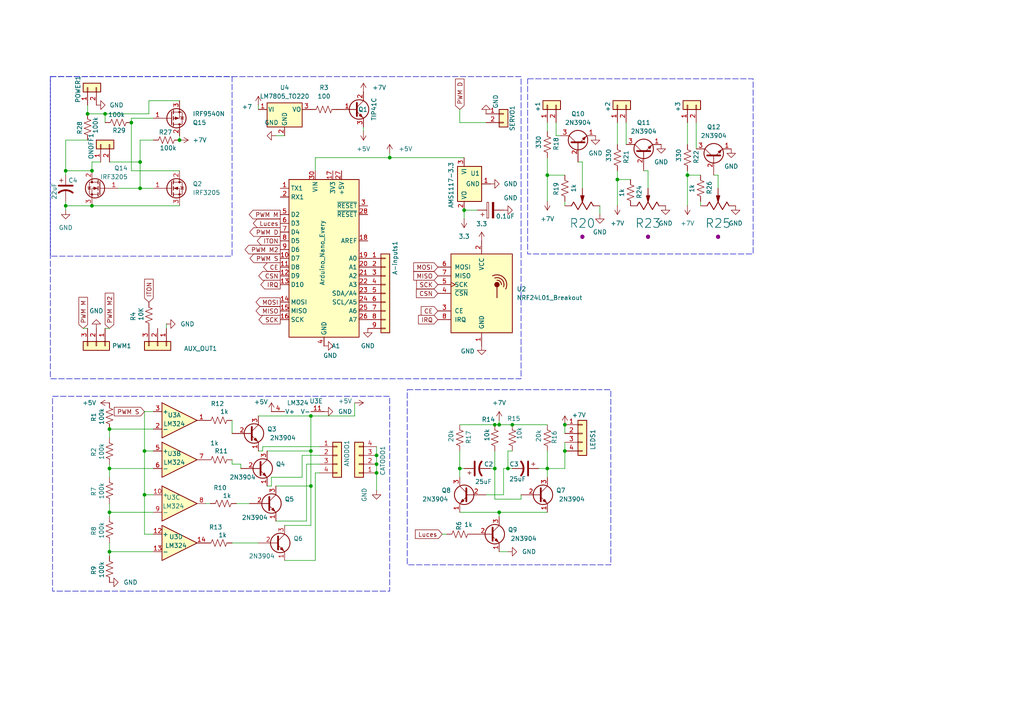
<source format=kicad_sch>
(kicad_sch (version 20231120) (generator "eeschema") (generator_version "8.0")
  (paper "A4")
  (junction (at 30.48 33.02))
  (junction (at 52.07 40.64))
  (junction (at 143.51 123.19))
  (junction (at 144.78 123.19))
  (junction (at 163.83 130.81))
  (junction (at 148.59 123.19))
  (junction (at 19.05 59.69))
  (junction (at 143.51 135.89))
  (junction (at 41.91 143.51))
  (junction (at 158.75 135.89))
  (junction (at 90.17 140.97))
  (junction (at 31.75 135.89))
  (junction (at 19.05 49.53))
  (junction (at 31.75 124.46))
  (junction (at 31.75 148.59))
  (junction (at 147.32 135.89))
  (junction (at 133.35 135.89))
  (junction (at 26.67 59.69))
  (junction (at 113.03 45.72))
  (junction (at 199.39 50.8))
  (junction (at 109.22 134.62))
  (junction (at 40.64 46.99))
  (junction (at 109.22 132.08))
  (junction (at 134.62 60.96))
  (junction (at 90.17 120.65))
  (junction (at 179.07 52.07))
  (junction (at 26.67 49.53))
  (junction (at 41.91 130.81))
  (junction (at 31.75 160.02))
  (junction (at 144.78 148.59))
  (junction (at 109.22 137.16))
  (junction (at 158.75 50.8))
  (junction (at 40.64 54.61))
  (junction (at 25.4 33.02))
  (junction (at 163.83 123.19))
  (junction (at 90.17 130.81))
  (junction (at 38.1 35.56))
  (wire (pts (xy 163.83 135.89) (xy 158.75 135.89)))
  (wire (pts (xy 26.67 46.99) (xy 26.67 49.53)))
  (wire (pts (xy 69.85 134.62) (xy 69.85 135.89)))
  (wire (pts (xy 133.35 123.19) (xy 143.51 123.19)))
  (wire (pts (xy 102.87 120.65) (xy 90.17 120.65)))
  (wire (pts (xy 161.29 39.37) (xy 162.56 39.37)))
  (wire (pts (xy 31.75 157.48) (xy 31.75 160.02)))
  (wire (pts (xy 41.91 119.38) (xy 41.91 130.81)))
  (wire (pts (xy 148.59 135.89) (xy 147.32 135.89)))
  (wire (pts (xy 128.27 154.94) (xy 129.54 154.94)))
  (wire (pts (xy 52.07 40.64) (xy 52.07 39.37)))
  (wire (pts (xy 44.45 154.94) (xy 41.91 154.94)))
  (wire (pts (xy 147.32 160.02) (xy 144.78 160.02)))
  (wire (pts (xy 69.85 134.62) (xy 67.31 134.62)))
  (wire (pts (xy 179.07 52.07) (xy 179.07 59.69)))
  (wire (pts (xy 30.48 33.02) (xy 25.4 33.02)))
  (wire (pts (xy 163.83 58.42) (xy 163.83 59.69)))
  (wire (pts (xy 90.17 130.81) (xy 90.17 140.97)))
  (wire (pts (xy 40.64 40.64) (xy 40.64 46.99)))
  (wire (pts (xy 77.47 140.97) (xy 78.74 140.97)))
  (wire (pts (xy 67.31 134.62) (xy 67.31 133.35)))
  (wire (pts (xy 19.05 59.69) (xy 26.67 59.69)))
  (wire (pts (xy 87.63 138.43) (xy 87.63 132.08)))
  (wire (pts (xy 78.74 140.97) (xy 78.74 138.43)))
  (wire (pts (xy 67.31 157.48) (xy 74.93 157.48)))
  (wire (pts (xy 147.32 130.81) (xy 147.32 135.89)))
  (wire (pts (xy 31.75 134.62) (xy 31.75 135.89)))
  (wire (pts (xy 41.91 154.94) (xy 41.91 143.51)))
  (wire (pts (xy 201.93 43.18) (xy 201.93 35.56)))
  (wire (pts (xy 24.13 95.25) (xy 25.4 95.25)))
  (wire (pts (xy 31.75 124.46) (xy 44.45 124.46)))
  (wire (pts (xy 19.05 49.53) (xy 19.05 50.8)))
  (wire (pts (xy 48.26 93.98) (xy 48.26 95.25)))
  (wire (pts (xy 143.51 130.81) (xy 143.51 135.89)))
  (wire (pts (xy 156.21 135.89) (xy 158.75 135.89)))
  (wire (pts (xy 74.93 120.65) (xy 90.17 120.65)))
  (wire (pts (xy 76.2 130.81) (xy 76.2 129.54)))
  (wire (pts (xy 163.83 123.19) (xy 163.83 125.73)))
  (wire (pts (xy 163.83 130.81) (xy 163.83 135.89)))
  (wire (pts (xy 187.96 49.53) (xy 186.69 49.53)))
  (wire (pts (xy 105.41 38.1) (xy 105.41 36.83)))
  (wire (pts (xy 31.75 127) (xy 31.75 124.46)))
  (wire (pts (xy 208.28 54.61) (xy 208.28 50.8)))
  (wire (pts (xy 91.44 45.72) (xy 91.44 49.53)))
  (wire (pts (xy 133.35 148.59) (xy 144.78 148.59)))
  (wire (pts (xy 158.75 135.89) (xy 158.75 138.43)))
  (wire (pts (xy 109.22 129.54) (xy 109.22 132.08)))
  (wire (pts (xy 109.22 132.08) (xy 109.22 134.62)))
  (wire (pts (xy 31.75 160.02) (xy 31.75 161.29)))
  (wire (pts (xy 44.45 40.64) (xy 40.64 40.64)))
  (wire (pts (xy 148.59 130.81) (xy 147.32 130.81)))
  (wire (pts (xy 144.78 148.59) (xy 158.75 148.59)))
  (wire (pts (xy 151.13 144.78) (xy 151.13 143.51)))
  (wire (pts (xy 199.39 35.56) (xy 199.39 41.91)))
  (wire (pts (xy 199.39 49.53) (xy 199.39 50.8)))
  (wire (pts (xy 30.48 33.02) (xy 30.48 35.56)))
  (wire (pts (xy 31.75 160.02) (xy 44.45 160.02)))
  (wire (pts (xy 144.78 123.19) (xy 148.59 123.19)))
  (wire (pts (xy 158.75 123.19) (xy 148.59 123.19)))
  (wire (pts (xy 31.75 46.99) (xy 40.64 46.99)))
  (wire (pts (xy 31.75 146.05) (xy 31.75 148.59)))
  (wire (pts (xy 87.63 132.08) (xy 92.71 132.08)))
  (wire (pts (xy 38.1 34.29) (xy 44.45 34.29)))
  (wire (pts (xy 31.75 148.59) (xy 44.45 148.59)))
  (wire (pts (xy 133.35 35.56) (xy 140.97 35.56)))
  (wire (pts (xy 80.01 151.13) (xy 88.9 151.13)))
  (wire (pts (xy 38.1 35.56) (xy 38.1 34.29)))
  (wire (pts (xy 52.07 29.21) (xy 43.18 29.21)))
  (wire (pts (xy 19.05 40.64) (xy 19.05 49.53)))
  (wire (pts (xy 44.45 143.51) (xy 41.91 143.51)))
  (wire (pts (xy 102.87 116.84) (xy 102.87 120.65)))
  (wire (pts (xy 91.44 162.56) (xy 91.44 137.16)))
  (wire (pts (xy 30.48 95.25) (xy 31.75 95.25)))
  (wire (pts (xy 134.62 135.89) (xy 133.35 135.89)))
  (wire (pts (xy 52.07 49.53) (xy 38.1 49.53)))
  (wire (pts (xy 168.91 46.99) (xy 167.64 46.99)))
  (wire (pts (xy 40.64 46.99) (xy 40.64 54.61)))
  (wire (pts (xy 146.05 143.51) (xy 140.97 143.51)))
  (wire (pts (xy 161.29 35.56) (xy 161.29 39.37)))
  (wire (pts (xy 147.32 135.89) (xy 146.05 135.89)))
  (wire (pts (xy 146.05 135.89) (xy 146.05 143.51)))
  (wire (pts (xy 199.39 50.8) (xy 203.2 50.8)))
  (wire (pts (xy 181.61 35.56) (xy 181.61 41.91)))
  (wire (pts (xy 38.1 49.53) (xy 38.1 35.56)))
  (wire (pts (xy 91.44 137.16) (xy 92.71 137.16)))
  (wire (pts (xy 90.17 152.4) (xy 82.55 152.4)))
  (wire (pts (xy 113.03 45.72) (xy 134.62 45.72)))
  (wire (pts (xy 80.01 140.97) (xy 90.17 140.97)))
  (wire (pts (xy 158.75 45.72) (xy 158.75 50.8)))
  (wire (pts (xy 113.03 44.45) (xy 113.03 45.72)))
  (wire (pts (xy 143.51 123.19) (xy 144.78 123.19)))
  (wire (pts (xy 41.91 143.51) (xy 41.91 130.81)))
  (wire (pts (xy 43.18 29.21) (xy 43.18 33.02)))
  (wire (pts (xy 203.2 58.42) (xy 203.2 59.69)))
  (wire (pts (xy 74.93 130.81) (xy 76.2 130.81)))
  (wire (pts (xy 67.31 121.92) (xy 67.31 125.73)))
  (wire (pts (xy 76.2 129.54) (xy 92.71 129.54)))
  (wire (pts (xy 208.28 50.8) (xy 207.01 50.8)))
  (wire (pts (xy 44.45 119.38) (xy 41.91 119.38)))
  (wire (pts (xy 41.91 130.81) (xy 44.45 130.81)))
  (wire (pts (xy 78.74 138.43) (xy 87.63 138.43)))
  (wire (pts (xy 31.75 135.89) (xy 31.75 138.43)))
  (wire (pts (xy 34.29 54.61) (xy 40.64 54.61)))
  (wire (pts (xy 43.18 33.02) (xy 30.48 33.02)))
  (wire (pts (xy 109.22 134.62) (xy 109.22 137.16)))
  (wire (pts (xy 134.62 63.5) (xy 134.62 60.96)))
  (wire (pts (xy 19.05 49.53) (xy 26.67 49.53)))
  (wire (pts (xy 29.21 46.99) (xy 26.67 46.99)))
  (wire (pts (xy 88.9 151.13) (xy 88.9 134.62)))
  (wire (pts (xy 142.24 135.89) (xy 143.51 135.89)))
  (wire (pts (xy 133.35 130.81) (xy 133.35 135.89)))
  (wire (pts (xy 40.64 54.61) (xy 44.45 54.61)))
  (wire (pts (xy 179.07 49.53) (xy 179.07 52.07)))
  (wire (pts (xy 158.75 130.81) (xy 158.75 135.89)))
  (wire (pts (xy 134.62 60.96) (xy 138.43 60.96)))
  (wire (pts (xy 173.99 59.69) (xy 173.99 62.23)))
  (wire (pts (xy 31.75 148.59) (xy 31.75 149.86)))
  (wire (pts (xy 133.35 31.75) (xy 133.35 35.56)))
  (wire (pts (xy 90.17 140.97) (xy 90.17 152.4)))
  (wire (pts (xy 179.07 35.56) (xy 179.07 41.91)))
  (wire (pts (xy 77.47 130.81) (xy 90.17 130.81)))
  (wire (pts (xy 59.69 146.05) (xy 60.96 146.05)))
  (wire (pts (xy 19.05 58.42) (xy 19.05 59.69)))
  (wire (pts (xy 199.39 50.8) (xy 199.39 59.69)))
  (wire (pts (xy 144.78 148.59) (xy 144.78 149.86)))
  (wire (pts (xy 25.4 40.64) (xy 19.05 40.64)))
  (wire (pts (xy 158.75 50.8) (xy 163.83 50.8)))
  (wire (pts (xy 68.58 146.05) (xy 72.39 146.05)))
  (wire (pts (xy 80.01 39.37) (xy 82.55 39.37)))
  (wire (pts (xy 109.22 137.16) (xy 109.22 142.24)))
  (wire (pts (xy 187.96 54.61) (xy 187.96 49.53)))
  (wire (pts (xy 158.75 50.8) (xy 158.75 58.42)))
  (wire (pts (xy 179.07 52.07) (xy 182.88 52.07)))
  (wire (pts (xy 168.91 54.61) (xy 168.91 46.99)))
  (wire (pts (xy 88.9 134.62) (xy 92.71 134.62)))
  (wire (pts (xy 25.4 33.02) (xy 25.4 30.48)))
  (wire (pts (xy 82.55 162.56) (xy 91.44 162.56)))
  (wire (pts (xy 133.35 135.89) (xy 133.35 138.43)))
  (wire (pts (xy 19.05 59.69) (xy 19.05 60.96)))
  (wire (pts (xy 158.75 35.56) (xy 158.75 38.1)))
  (wire (pts (xy 163.83 128.27) (xy 163.83 130.81)))
  (wire (pts (xy 26.67 59.69) (xy 52.07 59.69)))
  (wire (pts (xy 31.75 135.89) (xy 44.45 135.89)))
  (wire (pts (xy 143.51 144.78) (xy 151.13 144.78)))
  (wire (pts (xy 144.78 121.92) (xy 144.78 123.19)))
  (wire (pts (xy 90.17 120.65) (xy 90.17 130.81)))
  (wire (pts (xy 91.44 45.72) (xy 113.03 45.72)))
  (wire (pts (xy 74.93 30.48) (xy 74.93 31.75)))
  (wire (pts (xy 143.51 135.89) (xy 143.51 144.78)))
  (rectangle (start 148.59 125.095) (end 148.59 125.095))
  (rectangle (start 118.11 113.03) (end 177.165 163.83) (stroke (width 0) (type dash)))
  (rectangle (start 15.24 114.935) (end 113.03 171.45) (stroke (width 0) (type dash)))
  (rectangle (start 14.605 22.225) (end 67.31 74.295) (stroke (width 0) (type dash)))
  (rectangle (start 153.035 22.86) (end 218.44 73.66) (stroke (width 0) (type dash)))
  (rectangle (start 14.605 22.225) (end 151.13 109.855) (stroke (width 0) (type dash)))
  (global_label "Luces" (shape input) (at 128.27 154.94 180) (property "Intersheetrefs" "${INTERSHEET_REFS}" (effects (hide yes))))
  (global_label "MOSI" (shape input) (at 127 77.47 180) (property "Intersheetrefs" "${INTERSHEET_REFS}" (effects (hide yes))))
  (global_label "MISO" (shape output) (at 81.28 90.17 180) (property "Intersheetrefs" "${INTERSHEET_REFS}" (effects (hide yes))))
  (global_label "IRQ" (shape output) (at 81.28 82.55 180) (property "Intersheetrefs" "${INTERSHEET_REFS}" (effects (hide yes))))
  (global_label "PWM M" (shape input) (at 24.13 95.25 90) (property "Intersheetrefs" "${INTERSHEET_REFS}" (effects (hide yes))))
  (global_label "MISO" (shape input) (at 127 80.01 180) (property "Intersheetrefs" "${INTERSHEET_REFS}" (effects (hide yes))))
  (global_label "PWM S" (shape input) (at 41.91 119.38 180) (property "Intersheetrefs" "${INTERSHEET_REFS}" (effects (hide yes))))
  (global_label "PWM M" (shape output) (at 81.28 62.23 180) (property "Intersheetrefs" "${INTERSHEET_REFS}" (effects (hide yes))))
  (global_label "PWM S" (shape output) (at 81.28 74.93 180) (property "Intersheetrefs" "${INTERSHEET_REFS}" (effects (hide yes))))
  (global_label "CE" (shape output) (at 81.28 77.47 180) (property "Intersheetrefs" "${INTERSHEET_REFS}" (effects (hide yes))))
  (global_label "Luces" (shape output) (at 81.28 64.77 180) (property "Intersheetrefs" "${INTERSHEET_REFS}" (effects (hide yes))))
  (global_label "CSN" (shape output) (at 81.28 80.01 180) (property "Intersheetrefs" "${INTERSHEET_REFS}" (effects (hide yes))))
  (global_label "SCK" (shape output) (at 81.28 92.71 180) (property "Intersheetrefs" "${INTERSHEET_REFS}" (effects (hide yes))))
  (global_label "PWM D" (shape output) (at 81.28 67.31 180) (property "Intersheetrefs" "${INTERSHEET_REFS}" (effects (hide yes))))
  (global_label "PWM D" (shape input) (at 133.35 31.75 90) (property "Intersheetrefs" "${INTERSHEET_REFS}" (effects (hide yes))))
  (global_label "CE" (shape input) (at 127 90.17 180) (property "Intersheetrefs" "${INTERSHEET_REFS}" (effects (hide yes))))
  (global_label "ITON" (shape input) (at 43.18 87.63 90) (property "Intersheetrefs" "${INTERSHEET_REFS}" (effects (hide yes))))
  (global_label "PWM M2" (shape output) (at 81.28 72.39 180) (property "Intersheetrefs" "${INTERSHEET_REFS}" (effects (hide yes))))
  (global_label "ITON" (shape output) (at 81.28 69.85 180) (property "Intersheetrefs" "${INTERSHEET_REFS}" (effects (hide yes))))
  (global_label "SCK" (shape input) (at 127 82.55 180) (property "Intersheetrefs" "${INTERSHEET_REFS}" (effects (hide yes))))
  (global_label "IRQ" (shape input) (at 127 92.71 180) (property "Intersheetrefs" "${INTERSHEET_REFS}" (effects (hide yes))))
  (global_label "MOSI" (shape output) (at 81.28 87.63 180) (property "Intersheetrefs" "${INTERSHEET_REFS}" (effects (hide yes))))
  (global_label "CSN" (shape input) (at 127 85.09 180) (property "Intersheetrefs" "${INTERSHEET_REFS}" (effects (hide yes))))
  (global_label "PWM M2" (shape input) (at 31.75 95.25 90) (property "Intersheetrefs" "${INTERSHEET_REFS}" (effects (hide yes))))
  (symbol (lib_id "power:GND") (at 139.7 100.33 0) (mirror y) (unit 1)
    (property "Reference" "#PWR010" (effects (hide yes)))
    (property "Value" "GND" (at 135.636 101.854 0))
    (property "Description" "Power symbol creates a global label with name \"GND\" , ground" (effects (hide yes)))
  )
  (symbol (lib_id "power:GND") (at 146.05 60.96 90) (unit 1)
    (property "Reference" "#PWR08" (effects (hide yes)))
    (property "Value" "GND" (at 146.05 57.404 90) (effects (justify right)))
    (property "Description" "Power symbol creates a global label with name \"GND\" , ground" (effects (hide yes)))
  )
  (symbol (lib_id "Transistor_BJT:2N3904") (at 142.24 154.94 0) (unit 1)
    (property "Reference" "Q9" (at 147.32 153.6699 0) (effects (justify left)))
    (property "Value" "2N3904" (at 148.082 156.21 0) (effects (justify left)))
    (property "Footprint" "Package_TO_SOT_THT:TO-92_Inline_Wide" (effects (hide yes)))
    (property "Datasheet" "https://www.onsemi.com/pub/Collateral/2N3903-D.PDF" (effects (hide yes)))
    (property "Description" "0.2A Ic, 40V Vce, Small Signal NPN Transistor, TO-92" (effects (hide yes)))
  )
  (symbol (lib_id "power:GND") (at 27.94 95.25 0) (mirror x) (unit 1)
    (property "Reference" "#PWR011" (effects (hide yes)))
    (property "Value" "GND" (at 27.94 90.17 0))
    (property "Description" "Power symbol creates a global label with name \"GND\" , ground" (effects (hide yes)))
  )
  (symbol (lib_id "Device:R_US") (at 31.75 120.65 0) (unit 1)
    (property "Reference" "R1" (at 27.178 119.634 90) (effects (justify right)))
    (property "Value" "100k" (at 29.464 118.364 90) (effects (justify right)))
    (property "Footprint" "Resistor_THT:R_Axial_DIN0309_L9.0mm_D3.2mm_P12.70mm_Horizontal" (effects (hide yes)))
    (property "Description" "Resistor, US symbol" (effects (hide yes)))
  )
  (symbol (lib_id "Device:R_US") (at 63.5 121.92 270) (unit 1)
    (property "Reference" "R12" (at 65.024 117.094 90) (effects (justify right)))
    (property "Value" "1k" (at 66.294 119.38 90) (effects (justify right)))
    (property "Footprint" "Resistor_THT:R_Axial_DIN0309_L9.0mm_D3.2mm_P12.70mm_Horizontal" (effects (hide yes)))
    (property "Description" "Resistor, US symbol" (effects (hide yes)))
  )
  (symbol (lib_id "Connector_Generic:Conn_01x02") (at 158.75 30.48 90) (unit 1)
    (property "Reference" "+1" (at 155.956 30.988 0))
    (property "Value" "Conn_01x02" (effects (hide yes)))
    (property "Footprint" "Connector_Molex:Molex_KK-254_AE-6410-02A_1x02_P2.54mm_Vertical" (effects (hide yes)))
    (property "Description" "Generic connector, single row, 01x02, script generated (kicad-library-utils/schlib/autogen/connector/)" (effects (hide yes)))
  )
  (symbol (lib_id "power:GND") (at 80.01 39.37 270) (unit 1)
    (property "Reference" "#PWR01" (effects (hide yes)))
    (property "Value" "GND" (at 78.74 35.56 90))
    (property "Description" "Power symbol creates a global label with name \"GND\" , ground" (effects (hide yes)))
  )
  (symbol (lib_id "power:GND") (at 172.72 39.37 0) (unit 1)
    (property "Reference" "#PWR027" (effects (hide yes)))
    (property "Value" "GND" (at 172.72 44.45 0))
    (property "Description" "Power symbol creates a global label with name \"GND\" , ground" (effects (hide yes)))
  )
  (symbol (lib_id "Device:R_US") (at 163.83 54.61 0) (unit 1)
    (property "Reference" "R19" (at 161.29 52.832 90) (effects (justify right)))
    (property "Value" "1k" (at 166.37 53.34 90) (effects (justify right)))
    (property "Footprint" "Resistor_THT:R_Axial_DIN0309_L9.0mm_D3.2mm_P12.70mm_Horizontal" (effects (hide yes)))
    (property "Description" "Resistor, US symbol" (effects (hide yes)))
  )
  (symbol (lib_id "Device:R_US") (at 31.75 153.67 0) (unit 1)
    (property "Reference" "R8" (at 27.178 152.654 90) (effects (justify right)))
    (property "Value" "100k" (at 29.464 151.384 90) (effects (justify right)))
    (property "Footprint" "Resistor_THT:R_Axial_DIN0309_L9.0mm_D3.2mm_P12.70mm_Horizontal" (effects (hide yes)))
    (property "Description" "Resistor, US symbol" (effects (hide yes)))
  )
  (symbol (lib_id "power:+12V") (at 158.75 58.42 180) (unit 1)
    (property "Reference" "#PWR023" (effects (hide yes)))
    (property "Value" "+7V" (at 158.75 63.5 0))
    (property "Description" "Power symbol creates a global label with name \"+12V\"" (effects (hide yes)))
  )
  (symbol (lib_id "power:GND") (at 19.05 60.96 0) (unit 1)
    (property "Reference" "#PWR032" (effects (hide yes)))
    (property "Value" "GND" (at 19.05 66.04 0))
    (property "Description" "Power symbol creates a global label with name \"GND\" , ground" (effects (hide yes)))
  )
  (symbol (lib_id "PCM_Generic:R-potentiometer,IEEE,symmetric") (at 187.96 59.69 90) (unit 1)
    (property "Reference" "R23" (at 187.96 64.77 90) (effects (font (size 2.54 2.54))))
    (property "Value" "1k" (at 190.5 57.15 0) (effects (font (size 0.001 0.001)) (justify left)))
    (property "Footprint" "Potentiometer_THT:Potentiometer_Runtron_RM-065_Vertical" (effects (hide yes)))
    (property "Description" "potentiometer with movable/rotating/sliding contact (IEEE short zigzag)" (effects (hide yes)))
    (property "Field-1" "type=\"A\" model=\"lin100k\" lib=\"R-potentiometer.lib\"" (effects (hide yes)))
    (property "Indicator" "●" (at 187.96 68.58 90))
  )
  (symbol (lib_id "power:+12V") (at 78.74 119.38 0) (unit 1)
    (property "Reference" "#PWR012" (effects (hide yes)))
    (property "Value" "+5V" (at 75.692 116.586 0))
    (property "Description" "Power symbol creates a global label with name \"+12V\"" (effects (hide yes)))
  )
  (symbol (lib_id "Device:R_US") (at 63.5 133.35 90) (unit 1)
    (property "Reference" "R11" (at 62.23 130.81 90) (effects (justify right)))
    (property "Value" "1k" (at 60.96 128.524 90) (effects (justify right)))
    (property "Footprint" "Resistor_THT:R_Axial_DIN0309_L9.0mm_D3.2mm_P12.70mm_Horizontal" (effects (hide yes)))
    (property "Description" "Resistor, US symbol" (effects (hide yes)))
  )
  (symbol (lib_id "Connector_Generic:Conn_01x03") (at 27.94 100.33 270) (unit 1)
    (property "Reference" "PWM1" (at 32.512 100.33 90) (effects (justify left)))
    (property "Value" "Conn_01x03" (effects (hide yes)))
    (property "Footprint" "Connector_Molex:Molex_KK-254_AE-6410-03A_1x03_P2.54mm_Vertical" (effects (hide yes)))
    (property "Description" "Generic connector, single row, 01x03, script generated (kicad-library-utils/schlib/autogen/connector/)" (effects (hide yes)))
  )
  (symbol (lib_id "power:+12V") (at 199.39 59.69 180) (unit 1)
    (property "Reference" "#PWR026" (effects (hide yes)))
    (property "Value" "+7V" (at 199.39 64.77 0))
    (property "Description" "Power symbol creates a global label with name \"+12V\"" (effects (hide yes)))
  )
  (symbol (lib_id "Transistor_BJT:2N3904") (at 80.01 157.48 0) (unit 1)
    (property "Reference" "Q6" (at 85.09 156.2099 0) (effects (justify left)))
    (property "Value" "2N3904" (at 72.136 161.29 0) (effects (justify left)))
    (property "Footprint" "Package_TO_SOT_THT:TO-92_Inline_Wide" (effects (hide yes)))
    (property "Datasheet" "https://www.onsemi.com/pub/Collateral/2N3903-D.PDF" (effects (hide yes)))
    (property "Description" "0.2A Ic, 40V Vce, Small Signal NPN Transistor, TO-92" (effects (hide yes)))
  )
  (symbol (lib_id "Device:R_US") (at 133.35 127 180) (unit 1)
    (property "Reference" "R17" (at 135.89 128.778 90) (effects (justify right)))
    (property "Value" "20k" (at 130.81 128.27 90) (effects (justify right)))
    (property "Footprint" "Resistor_THT:R_Axial_DIN0309_L9.0mm_D3.2mm_P12.70mm_Horizontal" (effects (hide yes)))
    (property "Description" "Resistor, US symbol" (effects (hide yes)))
  )
  (symbol (lib_id "power:GND") (at 191.77 41.91 0) (unit 1)
    (property "Reference" "#PWR028" (effects (hide yes)))
    (property "Value" "GND" (at 191.77 46.99 0))
    (property "Description" "Power symbol creates a global label with name \"GND\" , ground" (effects (hide yes)))
  )
  (symbol (lib_id "Device:C_Polarized_US") (at 138.43 135.89 90) (unit 1)
    (property "Reference" "C2" (at 141.732 134.62 90))
    (property "Value" "25uF" (at 140.208 139.7 90))
    (property "Footprint" "Capacitor_THT:CP_Radial_D5.0mm_P2.00mm" (effects (hide yes)))
    (property "Description" "Polarized capacitor, US symbol" (effects (hide yes)))
  )
  (symbol (lib_id "power:+12V") (at 144.78 121.92 0) (unit 1)
    (property "Reference" "#PWR021" (effects (hide yes)))
    (property "Value" "+7V" (at 144.78 116.84 0))
    (property "Description" "Power symbol creates a global label with name \"+12V\"" (effects (hide yes)))
  )
  (symbol (lib_id "power:+12V") (at 31.75 116.84 90) (unit 1)
    (property "Reference" "#PWR016" (effects (hide yes)))
    (property "Value" "+5V" (at 27.94 116.8399 90) (effects (justify left)))
    (property "Description" "Power symbol creates a global label with name \"+12V\"" (effects (hide yes)))
  )
  (symbol (lib_id "MCU_Module:Arduino_Nano_Every") (at 93.98 74.93 0) (unit 1)
    (property "Reference" "A1" (at 96.1741 100.33 0) (effects (justify left)))
    (property "Value" "Arduino_Nano_Every" (at 93.472 82.804 90) (effects (justify left)))
    (property "Footprint" "Module:Arduino_Nano" (effects (hide yes)))
    (property "Datasheet" "https://content.arduino.cc/assets/NANOEveryV3.0_sch.pdf" (effects (hide yes)))
    (property "Description" "Arduino Nano Every" (effects (hide yes)))
  )
  (symbol (lib_id "power:GND") (at 142.24 53.34 90) (unit 1)
    (property "Reference" "#PWR02" (effects (hide yes)))
    (property "Value" "GND" (at 146.05 53.3399 90) (effects (justify right)))
    (property "Description" "Power symbol creates a global label with name \"GND\" , ground" (effects (hide yes)))
  )
  (symbol (lib_id "power:+12V") (at 105.41 38.1 180) (unit 1)
    (property "Reference" "#PWR034" (effects (hide yes)))
    (property "Value" "+5V" (at 105.41 43.18 0))
    (property "Description" "Power symbol creates a global label with name \"+12V\"" (effects (hide yes)))
  )
  (symbol (lib_id "Device:R_US") (at 43.18 91.44 0) (unit 1)
    (property "Reference" "R4" (at 38.608 90.424 90) (effects (justify right)))
    (property "Value" "10K" (at 40.894 89.154 90) (effects (justify right)))
    (property "Footprint" "Resistor_THT:R_Axial_DIN0309_L9.0mm_D3.2mm_P12.70mm_Horizontal" (effects (hide yes)))
    (property "Description" "Resistor, US symbol" (effects (hide yes)))
  )
  (symbol (lib_id "Connector_Generic:Conn_01x03") (at 45.72 100.33 270) (unit 1)
    (property "Reference" "AUX_OUT1" (at 53.34 101.092 90) (effects (justify left)))
    (property "Value" "Conn_01x03" (effects (hide yes)))
    (property "Footprint" "Connector_Molex:Molex_KK-254_AE-6410-03A_1x03_P2.54mm_Vertical" (effects (hide yes)))
    (property "Description" "Generic connector, single row, 01x03, script generated (kicad-library-utils/schlib/autogen/connector/)" (effects (hide yes)))
  )
  (symbol (lib_id "power:GND") (at 93.98 100.33 90) (unit 1)
    (property "Reference" "#PWR03" (effects (hide yes)))
    (property "Value" "GND" (at 93.726 103.124 90) (effects (justify right)))
    (property "Description" "Power symbol creates a global label with name \"GND\" , ground" (effects (hide yes)))
  )
  (symbol (lib_id "power:GND") (at 31.75 168.91 90) (mirror x) (unit 1)
    (property "Reference" "#PWR017" (effects (hide yes)))
    (property "Value" "GND" (at 35.814 168.91 90) (effects (justify right)))
    (property "Description" "Power symbol creates a global label with name \"GND\" , ground" (effects (hide yes)))
  )
  (symbol (lib_id "Device:R_US") (at 31.75 142.24 0) (unit 1)
    (property "Reference" "R7" (at 27.178 141.224 90) (effects (justify right)))
    (property "Value" "100k" (at 29.464 139.954 90) (effects (justify right)))
    (property "Footprint" "Resistor_THT:R_Axial_DIN0309_L9.0mm_D3.2mm_P12.70mm_Horizontal" (effects (hide yes)))
    (property "Description" "Resistor, US symbol" (effects (hide yes)))
  )
  (symbol (lib_id "power:GND") (at 212.09 43.18 0) (unit 1)
    (property "Reference" "#PWR029" (effects (hide yes)))
    (property "Value" "GND" (at 212.09 48.26 0))
    (property "Description" "Power symbol creates a global label with name \"GND\" , ground" (effects (hide yes)))
  )
  (symbol (lib_id "PCM_Generic:R-potentiometer,IEEE,symmetric") (at 168.91 59.69 90) (unit 1)
    (property "Reference" "R20" (at 168.91 64.77 90) (effects (font (size 2.54 2.54))))
    (property "Value" "1k" (at 171.45 57.15 0) (effects (font (size 0.001 0.001)) (justify left)))
    (property "Footprint" "Potentiometer_THT:Potentiometer_Runtron_RM-065_Vertical" (effects (hide yes)))
    (property "Description" "potentiometer with movable/rotating/sliding contact (IEEE short zigzag)" (effects (hide yes)))
    (property "Field-1" "type=\"A\" model=\"lin100k\" lib=\"R-potentiometer.lib\"" (effects (hide yes)))
    (property "Indicator" "●" (at 168.91 68.58 90))
  )
  (symbol (lib_id "Connector_Generic:Conn_01x04") (at 104.14 134.62 180) (unit 1)
    (property "Reference" "CATODO1" (at 110.998 133.604 90))
    (property "Value" "Conn_01x04" (effects (hide yes)))
    (property "Footprint" "Connector_Molex:Molex_KK-254_AE-6410-04A_1x04_P2.54mm_Vertical" (effects (hide yes)))
    (property "Description" "Generic connector, single row, 01x04, script generated (kicad-library-utils/schlib/autogen/connector/)" (effects (hide yes)))
  )
  (symbol (lib_id "Transistor_FET:IRF3205") (at 29.21 54.61 0) (mirror y) (unit 1)
    (property "Reference" "Q14" (at 37.084 48.768 0) (effects (justify left)))
    (property "Value" "IRF3205" (at 37.084 51.308 0) (effects (justify left)))
    (property "Footprint" "Package_TO_SOT_THT:TO-220-3_Vertical" (effects (hide yes)))
    (property "Datasheet" "http://www.irf.com/product-info/datasheets/data/irf3205.pdf" (effects (hide yes)))
    (property "Description" "110A Id, 55V Vds, Single N-Channel HEXFET Power MOSFET, 8mOhm Ron, TO-220AB" (effects (hide yes)))
  )
  (symbol (lib_id "power:GND") (at 48.26 93.98 90) (mirror x) (unit 1)
    (property "Reference" "#PWR013" (effects (hide yes)))
    (property "Value" "GND" (at 52.324 93.98 90) (effects (justify right)))
    (property "Description" "Power symbol creates a global label with name \"GND\" , ground" (effects (hide yes)))
  )
  (symbol (lib_id "Transistor_BJT:2N3904") (at 156.21 143.51 0) (unit 1)
    (property "Reference" "Q7" (at 161.29 142.2399 0) (effects (justify left)))
    (property "Value" "2N3904" (at 162.052 144.78 0) (effects (justify left)))
    (property "Footprint" "Package_TO_SOT_THT:TO-92_Inline_Wide" (effects (hide yes)))
    (property "Datasheet" "https://www.onsemi.com/pub/Collateral/2N3903-D.PDF" (effects (hide yes)))
    (property "Description" "0.2A Ic, 40V Vce, Small Signal NPN Transistor, TO-92" (effects (hide yes)))
  )
  (symbol (lib_id "Amplifier_Operational:LM324") (at 52.07 133.35 0) (unit 2)
    (property "Reference" "U3" (at 50.546 131.572 0))
    (property "Value" "LM324" (at 50.546 134.112 0))
    (property "Footprint" "Package_DIP:DIP-14_W7.62mm_Socket_LongPads" (effects (hide yes)))
    (property "Datasheet" "http://www.ti.com/lit/ds/symlink/lm2902-n.pdf" (effects (hide yes)))
    (property "Description" "Low-Power, Quad-Operational Amplifiers, DIP-14/SOIC-14/SSOP-14" (effects (hide yes)))
  )
  (symbol (lib_id "Transistor_BJT:2N3904") (at 186.69 44.45 90) (unit 1)
    (property "Reference" "Q11" (at 186.69 35.56 90))
    (property "Value" "2N3904" (at 186.69 38.1 90))
    (property "Footprint" "Package_TO_SOT_THT:TO-92_Inline_Wide" (effects (hide yes)))
    (property "Datasheet" "https://www.onsemi.com/pub/Collateral/2N3903-D.PDF" (effects (hide yes)))
    (property "Description" "0.2A Ic, 40V Vce, Small Signal NPN Transistor, TO-92" (effects (hide yes)))
  )
  (symbol (lib_id "Amplifier_Operational:LM324") (at 52.07 121.92 0) (unit 1)
    (property "Reference" "U3" (at 50.546 120.396 0))
    (property "Value" "LM324" (at 50.546 122.936 0))
    (property "Footprint" "Package_DIP:DIP-14_W7.62mm_Socket_LongPads" (effects (hide yes)))
    (property "Datasheet" "http://www.ti.com/lit/ds/symlink/lm2902-n.pdf" (effects (hide yes)))
    (property "Description" "Low-Power, Quad-Operational Amplifiers, DIP-14/SOIC-14/SSOP-14" (effects (hide yes)))
  )
  (symbol (lib_id "Device:R_US") (at 203.2 54.61 180) (unit 1)
    (property "Reference" "R26" (at 205.74 56.388 90) (effects (justify right)))
    (property "Value" "1k" (at 200.66 55.88 90) (effects (justify right)))
    (property "Footprint" "Resistor_THT:R_Axial_DIN0309_L9.0mm_D3.2mm_P12.70mm_Horizontal" (effects (hide yes)))
    (property "Description" "Resistor, US symbol" (effects (hide yes)))
  )
  (symbol (lib_id "Device:R_US") (at 34.29 35.56 270) (unit 1)
    (property "Reference" "R29" (at 34.544 37.846 90))
    (property "Value" "100k" (at 33.782 33.274 90))
    (property "Footprint" "Resistor_THT:R_Axial_DIN0309_L9.0mm_D3.2mm_P12.70mm_Horizontal" (effects (hide yes)))
    (property "Description" "Resistor, US symbol" (effects (hide yes)))
  )
  (symbol (lib_id "power:GND") (at 27.94 30.48 90) (unit 1)
    (property "Reference" "#PWR05" (effects (hide yes)))
    (property "Value" "GND" (at 31.75 30.4799 90) (effects (justify right)))
    (property "Description" "Power symbol creates a global label with name \"GND\" , ground" (effects (hide yes)))
  )
  (symbol (lib_id "Device:R_US") (at 133.35 154.94 90) (unit 1)
    (property "Reference" "R6" (at 133.096 151.13 0) (effects (justify right)))
    (property "Value" "1k" (at 134.62 152.146 90) (effects (justify right)))
    (property "Footprint" "Resistor_THT:R_Axial_DIN0309_L9.0mm_D3.2mm_P12.70mm_Horizontal" (effects (hide yes)))
    (property "Description" "Resistor, US symbol" (effects (hide yes)))
  )
  (symbol (lib_id "Transistor_FET:IRF9540N") (at 49.53 34.29 0) (mirror x) (unit 1)
    (property "Reference" "Q15" (at 55.88 35.5601 0) (effects (justify left)))
    (property "Value" "IRF9540N" (at 55.88 33.0201 0) (effects (justify left)))
    (property "Footprint" "Package_TO_SOT_THT:TO-220-3_Vertical" (effects (hide yes)))
    (property "Datasheet" "http://www.irf.com/product-info/datasheets/data/irf9540n.pdf" (effects (hide yes)))
    (property "Description" "-23A Id, -100V Vds, 117mOhm Rds, P-Channel HEXFET Power MOSFET, TO-220" (effects (hide yes)))
  )
  (symbol (lib_id "power:+12V") (at 74.93 30.48 0) (unit 1)
    (property "Reference" "#PWR06" (effects (hide yes)))
    (property "Value" "+7" (at 71.628 30.988 0))
    (property "Description" "Power symbol creates a global label with name \"+12V\"" (effects (hide yes)))
  )
  (symbol (lib_id "power:GND") (at 173.99 62.23 0) (unit 1)
    (property "Reference" "#PWR024" (effects (hide yes)))
    (property "Value" "GND" (at 173.99 67.31 0))
    (property "Description" "Power symbol creates a global label with name \"GND\" , ground" (effects (hide yes)))
  )
  (symbol (lib_id "Connector_Generic:Conn_01x02") (at 179.07 30.48 90) (unit 1)
    (property "Reference" "+2" (at 176.276 30.988 0))
    (property "Value" "Conn_01x02" (effects (hide yes)))
    (property "Footprint" "Connector_Molex:Molex_KK-254_AE-6410-02A_1x02_P2.54mm_Vertical" (effects (hide yes)))
    (property "Description" "Generic connector, single row, 01x02, script generated (kicad-library-utils/schlib/autogen/connector/)" (effects (hide yes)))
  )
  (symbol (lib_id "Transistor_BJT:TIP41C") (at 102.87 31.75 0) (unit 1)
    (property "Reference" "Q1" (at 103.886 31.75 0) (effects (justify left)))
    (property "Value" "TIP41C" (at 108.458 35.052 90) (effects (justify left)))
    (property "Footprint" "Package_TO_SOT_THT:TO-220-3_Vertical" (effects (hide yes)))
    (property "Datasheet" "https://www.centralsemi.com/get_document.php?cmp=1&mergetype=pd&mergepath=pd&pdf_id=tip41.PDF" (effects (hide yes)))
    (property "Description" "6A Ic, 100V Vce, Power NPN Transistor, TO-220" (effects (hide yes)))
  )
  (symbol (lib_id "Amplifier_Operational:LM324") (at 52.07 146.05 0) (unit 3)
    (property "Reference" "U3" (at 50.292 144.272 0))
    (property "Value" "LM324" (at 50.292 146.812 0))
    (property "Footprint" "Package_DIP:DIP-14_W7.62mm_Socket_LongPads" (effects (hide yes)))
    (property "Datasheet" "http://www.ti.com/lit/ds/symlink/lm2902-n.pdf" (effects (hide yes)))
    (property "Description" "Low-Power, Quad-Operational Amplifiers, DIP-14/SOIC-14/SSOP-14" (effects (hide yes)))
  )
  (symbol (lib_id "power:GND") (at 109.22 142.24 0) (mirror y) (unit 1)
    (property "Reference" "#PWR019" (effects (hide yes)))
    (property "Value" "GND" (at 105.664 141.478 90) (effects (justify right)))
    (property "Description" "Power symbol creates a global label with name \"GND\" , ground" (effects (hide yes)))
  )
  (symbol (lib_id "Device:R_US") (at 25.4 36.83 180) (unit 1)
    (property "Reference" "R28" (at 23.114 37.084 90))
    (property "Value" "100k" (at 27.686 36.322 90))
    (property "Footprint" "Resistor_THT:R_Axial_DIN0309_L9.0mm_D3.2mm_P12.70mm_Horizontal" (effects (hide yes)))
    (property "Description" "Resistor, US symbol" (effects (hide yes)))
  )
  (symbol (lib_id "power:+12V") (at 139.7 69.85 0) (unit 1)
    (property "Reference" "#PWR036" (effects (hide yes)))
    (property "Value" "3.3" (at 139.7 64.9328 0))
    (property "Description" "Power symbol creates a global label with name \"+12V\"" (effects (hide yes)))
  )
  (symbol (lib_id "Connector_Generic:Conn_01x02") (at 199.39 30.48 90) (unit 1)
    (property "Reference" "+3" (at 196.596 30.988 0))
    (property "Value" "Conn_01x02" (effects (hide yes)))
    (property "Footprint" "Connector_Molex:Molex_KK-254_AE-6410-02A_1x02_P2.54mm_Vertical" (effects (hide yes)))
    (property "Description" "Generic connector, single row, 01x02, script generated (kicad-library-utils/schlib/autogen/connector/)" (effects (hide yes)))
  )
  (symbol (lib_id "Connector_Generic:Conn_01x02") (at 25.4 25.4 90) (unit 1)
    (property "Reference" "POWER1" (at 22.606 25.908 0))
    (property "Value" "Conn_01x02" (effects (hide yes)))
    (property "Footprint" "Connector_Molex:Molex_KK-254_AE-6410-02A_1x02_P2.54mm_Vertical" (effects (hide yes)))
    (property "Description" "Generic connector, single row, 01x02, script generated (kicad-library-utils/schlib/autogen/connector/)" (effects (hide yes)))
  )
  (symbol (lib_id "power:GND") (at 213.36 59.69 0) (unit 1)
    (property "Reference" "#PWR031" (effects (hide yes)))
    (property "Value" "GND" (at 213.36 64.77 0))
    (property "Description" "Power symbol creates a global label with name \"GND\" , ground" (effects (hide yes)))
  )
  (symbol (lib_id "Transistor_BJT:2N3904") (at 167.64 41.91 90) (unit 1)
    (property "Reference" "Q10" (at 167.64 33.02 90))
    (property "Value" "2N3904" (at 167.64 35.56 90))
    (property "Footprint" "Package_TO_SOT_THT:TO-92_Inline_Wide" (effects (hide yes)))
    (property "Datasheet" "https://www.onsemi.com/pub/Collateral/2N3903-D.PDF" (effects (hide yes)))
    (property "Description" "0.2A Ic, 40V Vce, Small Signal NPN Transistor, TO-92" (effects (hide yes)))
  )
  (symbol (lib_id "power:GND") (at 106.68 95.25 0) (mirror y) (unit 1)
    (property "Reference" "#PWR033" (effects (hide yes)))
    (property "Value" "GND" (at 106.68 100.33 0))
    (property "Description" "Power symbol creates a global label with name \"GND\" , ground" (effects (hide yes)))
  )
  (symbol (lib_id "Device:R_US") (at 143.51 127 180) (unit 1)
    (property "Reference" "R14" (at 139.7 121.666 0) (effects (justify right)))
    (property "Value" "10k" (at 141.224 128.016 90) (effects (justify right)))
    (property "Footprint" "Resistor_THT:R_Axial_DIN0309_L9.0mm_D3.2mm_P12.70mm_Horizontal" (effects (hide yes)))
    (property "Description" "Resistor, US symbol" (effects (hide yes)))
  )
  (symbol (lib_id "power:+12V") (at 52.07 40.64 270) (unit 1)
    (property "Reference" "#PWR04" (effects (hide yes)))
    (property "Value" "+7V" (at 55.88 40.6399 90) (effects (justify left)))
    (property "Description" "Power symbol creates a global label with name \"+12V\"" (effects (hide yes)))
  )
  (symbol (lib_id "power:+12V") (at 163.83 123.19 0) (unit 1)
    (property "Reference" "#PWR022" (effects (hide yes)))
    (property "Value" "+7V" (at 165.862 120.396 0) (effects (justify left)))
    (property "Description" "Power symbol creates a global label with name \"+12V\"" (effects (hide yes)))
  )
  (symbol (lib_id "Device:R_US") (at 31.75 165.1 0) (unit 1)
    (property "Reference" "R9" (at 27.178 164.084 90) (effects (justify right)))
    (property "Value" "100k" (at 29.464 162.814 90) (effects (justify right)))
    (property "Footprint" "Resistor_THT:R_Axial_DIN0309_L9.0mm_D3.2mm_P12.70mm_Horizontal" (effects (hide yes)))
    (property "Description" "Resistor, US symbol" (effects (hide yes)))
  )
  (symbol (lib_id "Device:R_US") (at 179.07 45.72 180) (unit 1)
    (property "Reference" "R21" (at 181.61 47.498 90) (effects (justify right)))
    (property "Value" "330" (at 176.53 46.99 90) (effects (justify right)))
    (property "Footprint" "Resistor_THT:R_Axial_DIN0309_L9.0mm_D3.2mm_P12.70mm_Horizontal" (effects (hide yes)))
    (property "Description" "Resistor, US symbol" (effects (hide yes)))
  )
  (symbol (lib_id "Connector_Generic:Conn_01x02") (at 146.05 33.02 0) (unit 1)
    (property "Reference" "SERVO1" (at 148.59 34.29 90))
    (property "Value" "Conn_01x02" (effects (hide yes)))
    (property "Footprint" "Connector_Molex:Molex_KK-254_AE-6410-02A_1x02_P2.54mm_Vertical" (effects (hide yes)))
    (property "Description" "Generic connector, single row, 01x02, script generated (kicad-library-utils/schlib/autogen/connector/)" (effects (hide yes)))
  )
  (symbol (lib_id "Device:R_US") (at 199.39 45.72 180) (unit 1)
    (property "Reference" "R22" (at 201.93 47.498 90) (effects (justify right)))
    (property "Value" "330" (at 196.85 46.99 90) (effects (justify right)))
    (property "Footprint" "Resistor_THT:R_Axial_DIN0309_L9.0mm_D3.2mm_P12.70mm_Horizontal" (effects (hide yes)))
    (property "Description" "Resistor, US symbol" (effects (hide yes)))
  )
  (symbol (lib_id "RF:NRF24L01_Breakout") (at 139.7 85.09 0) (unit 1)
    (property "Reference" "U2" (at 149.86 83.8199 0) (effects (justify left)))
    (property "Value" "NRF24L01_Breakout" (at 149.86 86.3599 0) (effects (justify left)))
    (property "Footprint" "RF_Module:nRF24L01_Breakout" (effects (hide yes)))
    (property "Datasheet" "http://www.nordicsemi.com/eng/content/download/2730/34105/file/nRF24L01_Product_Specification_v2_0.pdf" (effects (hide yes)))
    (property "Description" "Ultra low power 2.4GHz RF Transceiver, Carrier PCB" (effects (hide yes)))
  )
  (symbol (lib_id "power:+12V") (at 179.07 59.69 180) (unit 1)
    (property "Reference" "#PWR025" (effects (hide yes)))
    (property "Value" "+7V" (at 179.07 64.77 0))
    (property "Description" "Power symbol creates a global label with name \"+12V\"" (effects (hide yes)))
  )
  (symbol (lib_id "Connector_Generic:Conn_01x04") (at 168.91 125.73 0) (unit 1)
    (property "Reference" "LEDS1" (at 171.958 130.556 90) (effects (justify left)))
    (property "Value" "Conn_01x04" (effects (hide yes)))
    (property "Footprint" "Connector_Molex:Molex_KK-254_AE-6410-04A_1x04_P2.54mm_Vertical" (effects (hide yes)))
    (property "Description" "Generic connector, single row, 01x04, script generated (kicad-library-utils/schlib/autogen/connector/)" (effects (hide yes)))
  )
  (symbol (lib_id "Regulator_Linear:AMS1117-3.3") (at 134.62 53.34 90) (mirror x) (unit 1)
    (property "Reference" "U1" (at 139.192 50.292 90) (effects (justify left)))
    (property "Value" "AMS1117-3.3" (at 130.81 46.99 0) (effects (justify left)))
    (property "Footprint" "Package_TO_SOT_SMD:SOT-223-3_TabPin2" (effects (hide yes)))
    (property "Datasheet" "http://www.advanced-monolithic.com/pdf/ds1117.pdf" (effects (hide yes)))
    (property "Description" "1A Low Dropout regulator, positive, 3.3V fixed output, SOT-223" (effects (hide yes)))
  )
  (symbol (lib_id "Connector_Generic:Conn_01x04") (at 97.79 132.08 0) (unit 1)
    (property "Reference" "ANODO1" (at 100.584 135.382 90) (effects (justify left)))
    (property "Value" "Conn_01x04" (effects (hide yes)))
    (property "Footprint" "Connector_Molex:Molex_KK-254_AE-6410-04A_1x04_P2.54mm_Vertical" (effects (hide yes)))
    (property "Description" "Generic connector, single row, 01x04, script generated (kicad-library-utils/schlib/autogen/connector/)" (effects (hide yes)))
  )
  (symbol (lib_id "Device:C_Polarized_US") (at 19.05 54.61 0) (unit 1)
    (property "Reference" "C4" (at 19.812 52.324 0) (effects (justify left)))
    (property "Value" "22uF" (at 15.748 57.912 90) (effects (justify left)))
    (property "Footprint" "Capacitor_THT:CP_Radial_D5.0mm_P2.00mm" (effects (hide yes)))
    (property "Description" "Polarized capacitor, US symbol" (effects (hide yes)))
  )
  (symbol (lib_id "Transistor_FET:IRF3205") (at 49.53 54.61 0) (unit 1)
    (property "Reference" "Q2" (at 55.88 53.3399 0) (effects (justify left)))
    (property "Value" "IRF3205" (at 55.88 55.8799 0) (effects (justify left)))
    (property "Footprint" "Package_TO_SOT_THT:TO-220-3_Vertical" (effects (hide yes)))
    (property "Datasheet" "http://www.irf.com/product-info/datasheets/data/irf3205.pdf" (effects (hide yes)))
    (property "Description" "110A Id, 55V Vds, Single N-Channel HEXFET Power MOSFET, 8mOhm Ron, TO-220AB" (effects (hide yes)))
  )
  (symbol (lib_id "Device:C_Polarized_US") (at 152.4 135.89 270) (unit 1)
    (property "Reference" "C3" (at 149.098 134.62 90))
    (property "Value" "25uF" (at 150.114 138.938 90))
    (property "Footprint" "Capacitor_THT:CP_Radial_D5.0mm_P2.00mm" (effects (hide yes)))
    (property "Description" "Polarized capacitor, US symbol" (effects (hide yes)))
  )
  (symbol (lib_id "Regulator_Linear:LM7805_TO220") (at 82.55 31.75 0) (unit 1)
    (property "Reference" "U4" (at 82.55 25.4 0))
    (property "Value" "LM7805_TO220" (at 82.55 27.94 0))
    (property "Footprint" "Package_TO_SOT_THT:TO-220-3_Vertical" (effects (hide yes)))
    (property "Datasheet" "https://www.onsemi.cn/PowerSolutions/document/MC7800-D.PDF" (effects (hide yes)))
    (property "Description" "Positive 1A 35V Linear Regulator, Fixed Output 5V, TO-220" (effects (hide yes)))
  )
  (symbol (lib_id "Amplifier_Operational:LM324") (at 86.36 116.84 90) (unit 5)
    (property "Reference" "U3" (at 91.694 116.332 90))
    (property "Value" "LM324" (at 86.36 116.84 90))
    (property "Footprint" "Package_DIP:DIP-14_W7.62mm_Socket_LongPads" (effects (hide yes)))
    (property "Datasheet" "http://www.ti.com/lit/ds/symlink/lm2902-n.pdf" (effects (hide yes)))
    (property "Description" "Low-Power, Quad-Operational Amplifiers, DIP-14/SOIC-14/SSOP-14" (effects (hide yes)))
  )
  (symbol (lib_id "Transistor_BJT:2N3904") (at 135.89 143.51 0) (mirror y) (unit 1)
    (property "Reference" "Q8" (at 130.81 142.2399 0) (effects (justify left)))
    (property "Value" "2N3904" (at 130.048 144.78 0) (effects (justify left)))
    (property "Footprint" "Package_TO_SOT_THT:TO-92_Inline_Wide" (effects (hide yes)))
    (property "Datasheet" "https://www.onsemi.com/pub/Collateral/2N3903-D.PDF" (effects (hide yes)))
    (property "Description" "0.2A Ic, 40V Vce, Small Signal NPN Transistor, TO-92" (effects (hide yes)))
  )
  (symbol (lib_id "power:+12V") (at 105.41 26.67 0) (unit 1)
    (property "Reference" "#PWR07" (effects (hide yes)))
    (property "Value" "+7V" (at 107.95 25.3999 0) (effects (justify left)))
    (property "Description" "Power symbol creates a global label with name \"+12V\"" (effects (hide yes)))
  )
  (symbol (lib_id "Amplifier_Operational:LM324") (at 52.07 157.48 0) (unit 4)
    (property "Reference" "U3" (at 51.054 155.702 0))
    (property "Value" "LM324" (at 51.054 158.242 0))
    (property "Footprint" "Package_DIP:DIP-14_W7.62mm_Socket_LongPads" (effects (hide yes)))
    (property "Datasheet" "http://www.ti.com/lit/ds/symlink/lm2902-n.pdf" (effects (hide yes)))
    (property "Description" "Low-Power, Quad-Operational Amplifiers, DIP-14/SOIC-14/SSOP-14" (effects (hide yes)))
  )
  (symbol (lib_id "power:GND") (at 93.98 119.38 90) (mirror x) (unit 1)
    (property "Reference" "#PWR014" (effects (hide yes)))
    (property "Value" "GND" (at 98.044 119.38 90) (effects (justify right)))
    (property "Description" "Power symbol creates a global label with name \"GND\" , ground" (effects (hide yes)))
  )
  (symbol (lib_id "Device:R_US") (at 48.26 40.64 90) (unit 1)
    (property "Reference" "R27" (at 48.006 38.354 90))
    (property "Value" "100k" (at 48.768 42.926 90))
    (property "Footprint" "Resistor_THT:R_Axial_DIN0309_L9.0mm_D3.2mm_P12.70mm_Horizontal" (effects (hide yes)))
    (property "Description" "Resistor, US symbol" (effects (hide yes)))
  )
  (symbol (lib_id "Device:R_US") (at 64.77 146.05 270) (unit 1)
    (property "Reference" "R10" (at 65.786 141.478 90) (effects (justify right)))
    (property "Value" "1k" (at 67.056 143.764 90) (effects (justify right)))
    (property "Footprint" "Resistor_THT:R_Axial_DIN0309_L9.0mm_D3.2mm_P12.70mm_Horizontal" (effects (hide yes)))
    (property "Description" "Resistor, US symbol" (effects (hide yes)))
  )
  (symbol (lib_id "Device:R_US") (at 31.75 130.81 0) (unit 1)
    (property "Reference" "R2" (at 27.178 129.794 90) (effects (justify right)))
    (property "Value" "100k" (at 29.464 128.524 90) (effects (justify right)))
    (property "Footprint" "Resistor_THT:R_Axial_DIN0309_L9.0mm_D3.2mm_P12.70mm_Horizontal" (effects (hide yes)))
    (property "Description" "Resistor, US symbol" (effects (hide yes)))
  )
  (symbol (lib_id "Connector_Generic:Conn_01x09") (at 111.76 85.09 0) (unit 1)
    (property "Reference" "A-inputs1" (at 114.554 79.756 90) (effects (justify left)))
    (property "Value" "Conn_01x09" (effects (hide yes)))
    (property "Footprint" "Connector_Molex:Molex_KK-254_AE-6410-09A_1x09_P2.54mm_Vertical" (effects (hide yes)))
    (property "Description" "Generic connector, single row, 01x09, script generated (kicad-library-utils/schlib/autogen/connector/)" (effects (hide yes)))
  )
  (symbol (lib_id "power:GND") (at 147.32 160.02 90) (mirror x) (unit 1)
    (property "Reference" "#PWR020" (effects (hide yes)))
    (property "Value" "GND" (at 151.384 160.02 90) (effects (justify right)))
    (property "Description" "Power symbol creates a global label with name \"GND\" , ground" (effects (hide yes)))
  )
  (symbol (lib_id "Transistor_BJT:2N3904") (at 77.47 146.05 0) (unit 1)
    (property "Reference" "Q5" (at 82.55 144.7799 0) (effects (justify left)))
    (property "Value" "2N3904" (at 70.104 150.114 0) (effects (justify left)))
    (property "Footprint" "Package_TO_SOT_THT:TO-92_Inline_Wide" (effects (hide yes)))
    (property "Datasheet" "https://www.onsemi.com/pub/Collateral/2N3903-D.PDF" (effects (hide yes)))
    (property "Description" "0.2A Ic, 40V Vce, Small Signal NPN Transistor, TO-92" (effects (hide yes)))
  )
  (symbol (lib_id "power:+12V") (at 113.03 44.45 0) (unit 1)
    (property "Reference" "#PWR015" (effects (hide yes)))
    (property "Value" "+5V" (at 115.57 43.1799 0) (effects (justify left)))
    (property "Description" "Power symbol creates a global label with name \"+12V\"" (effects (hide yes)))
  )
  (symbol (lib_id "Device:R_US") (at 158.75 127 180) (unit 1)
    (property "Reference" "R16" (at 160.782 128.778 90) (effects (justify right)))
    (property "Value" "20k" (at 156.21 128.27 90) (effects (justify right)))
    (property "Footprint" "Resistor_THT:R_Axial_DIN0309_L9.0mm_D3.2mm_P12.70mm_Horizontal" (effects (hide yes)))
    (property "Description" "Resistor, US symbol" (effects (hide yes)))
  )
  (symbol (lib_id "Connector_Generic:Conn_01x02") (at 29.21 41.91 90) (unit 1)
    (property "Reference" "ONOFF1" (at 26.416 42.418 0))
    (property "Value" "Conn_01x02" (effects (hide yes)))
    (property "Footprint" "Connector_Molex:Molex_KK-254_AE-6410-02A_1x02_P2.54mm_Vertical" (effects (hide yes)))
    (property "Description" "Generic connector, single row, 01x02, script generated (kicad-library-utils/schlib/autogen/connector/)" (effects (hide yes)))
  )
  (symbol (lib_id "power:GND") (at 140.97 33.02 180) (unit 1)
    (property "Reference" "#PWR09" (effects (hide yes)))
    (property "Value" "GND" (at 143.764 31.496 90) (effects (justify right)))
    (property "Description" "Power symbol creates a global label with name \"GND\" , ground" (effects (hide yes)))
  )
  (symbol (lib_id "Device:R_US") (at 148.59 127 180) (unit 1)
    (property "Reference" "R15" (at 147.066 121.412 0) (effects (justify right)))
    (property "Value" "10k" (at 150.622 127.508 90) (effects (justify right)))
    (property "Footprint" "Resistor_THT:R_Axial_DIN0309_L9.0mm_D3.2mm_P12.70mm_Horizontal" (effects (hide yes)))
    (property "Description" "Resistor, US symbol" (effects (hide yes)))
  )
  (symbol (lib_id "power:+12V") (at 134.62 63.5 180) (unit 1)
    (property "Reference" "#PWR035" (effects (hide yes)))
    (property "Value" "3.3" (at 134.62 68.58 0))
    (property "Description" "Power symbol creates a global label with name \"+12V\"" (effects (hide yes)))
  )
  (symbol (lib_id "Device:R_US") (at 93.98 31.75 90) (unit 1)
    (property "Reference" "R3" (at 93.98 25.4 90))
    (property "Value" "100" (at 93.98 27.94 90))
    (property "Footprint" "Resistor_THT:R_Axial_DIN0309_L9.0mm_D3.2mm_P12.70mm_Horizontal" (effects (hide yes)))
    (property "Description" "Resistor, US symbol" (effects (hide yes)))
  )
  (symbol (lib_id "Transistor_BJT:2N3904") (at 74.93 135.89 0) (unit 1)
    (property "Reference" "Q4" (at 80.01 134.6199 0) (effects (justify left)))
    (property "Value" "2N3904" (at 66.548 138.43 0) (effects (justify left)))
    (property "Footprint" "Package_TO_SOT_THT:TO-92_Inline_Wide" (effects (hide yes)))
    (property "Datasheet" "https://www.onsemi.com/pub/Collateral/2N3903-D.PDF" (effects (hide yes)))
    (property "Description" "0.2A Ic, 40V Vce, Small Signal NPN Transistor, TO-92" (effects (hide yes)))
  )
  (symbol (lib_id "power:+12V") (at 102.87 116.84 270) (unit 1)
    (property "Reference" "#PWR018" (effects (hide yes)))
    (property "Value" "+5V" (at 98.044 116.332 90) (effects (justify left)))
    (property "Description" "Power symbol creates a global label with name \"+12V\"" (effects (hide yes)))
  )
  (symbol (lib_id "Transistor_BJT:2N3904") (at 72.39 125.73 0) (unit 1)
    (property "Reference" "Q3" (at 77.47 124.4599 0) (effects (justify left)))
    (property "Value" "2N3904" (at 78.232 127 0) (effects (justify left)))
    (property "Footprint" "Package_TO_SOT_THT:TO-92_Inline_Wide" (effects (hide yes)))
    (property "Datasheet" "https://www.onsemi.com/pub/Collateral/2N3903-D.PDF" (effects (hide yes)))
    (property "Description" "0.2A Ic, 40V Vce, Small Signal NPN Transistor, TO-92" (effects (hide yes)))
  )
  (symbol (lib_id "Device:C_Polarized") (at 142.24 60.96 90) (unit 1)
    (property "Reference" "C1" (effects (hide yes)))
    (property "Value" "0.1uF" (at 146.558 62.738 90))
    (property "Footprint" "Capacitor_THT:CP_Radial_D5.0mm_P2.00mm" (effects (hide yes)))
    (property "Description" "Polarized capacitor" (effects (hide yes)))
  )
  (symbol (lib_id "Device:R_US") (at 158.75 41.91 180) (unit 1)
    (property "Reference" "R18" (at 161.29 43.688 90) (effects (justify right)))
    (property "Value" "330" (at 156.21 43.18 90) (effects (justify right)))
    (property "Footprint" "Resistor_THT:R_Axial_DIN0309_L9.0mm_D3.2mm_P12.70mm_Horizontal" (effects (hide yes)))
    (property "Description" "Resistor, US symbol" (effects (hide yes)))
  )
  (symbol (lib_id "Device:R_US") (at 182.88 55.88 180) (unit 1)
    (property "Reference" "R24" (at 185.42 57.658 90) (effects (justify right)))
    (property "Value" "1k" (at 180.34 57.15 90) (effects (justify right)))
    (property "Footprint" "Resistor_THT:R_Axial_DIN0309_L9.0mm_D3.2mm_P12.70mm_Horizontal" (effects (hide yes)))
    (property "Description" "Resistor, US symbol" (effects (hide yes)))
  )
  (symbol (lib_id "PCM_Generic:R-potentiometer,IEEE,symmetric") (at 208.28 59.69 90) (unit 1)
    (property "Reference" "R25" (at 208.28 64.77 90) (effects (font (size 2.54 2.54))))
    (property "Value" "1k" (at 210.82 57.15 0) (effects (font (size 0.001 0.001)) (justify left)))
    (property "Footprint" "Potentiometer_THT:Potentiometer_Runtron_RM-065_Vertical" (effects (hide yes)))
    (property "Description" "potentiometer with movable/rotating/sliding contact (IEEE short zigzag)" (effects (hide yes)))
    (property "Field-1" "type=\"A\" model=\"lin100k\" lib=\"R-potentiometer.lib\"" (effects (hide yes)))
    (property "Indicator" "●" (at 208.28 68.58 90))
  )
  (symbol (lib_id "Device:R_US") (at 63.5 157.48 270) (unit 1)
    (property "Reference" "R13" (at 64.516 152.908 90) (effects (justify right)))
    (property "Value" "1k" (at 65.786 155.194 90) (effects (justify right)))
    (property "Footprint" "Resistor_THT:R_Axial_DIN0309_L9.0mm_D3.2mm_P12.70mm_Horizontal" (effects (hide yes)))
    (property "Description" "Resistor, US symbol" (effects (hide yes)))
  )
  (symbol (lib_id "power:GND") (at 193.04 59.69 0) (unit 1)
    (property "Reference" "#PWR030" (effects (hide yes)))
    (property "Value" "GND" (at 193.04 64.77 0))
    (property "Description" "Power symbol creates a global label with name \"GND\" , ground" (effects (hide yes)))
  )
  (symbol (lib_id "Transistor_BJT:2N3904") (at 207.01 45.72 90) (unit 1)
    (property "Reference" "Q12" (at 207.01 36.83 90))
    (property "Value" "2N3904" (at 207.01 39.37 90))
    (property "Footprint" "Package_TO_SOT_THT:TO-92_Inline_Wide" (effects (hide yes)))
    (property "Datasheet" "https://www.onsemi.com/pub/Collateral/2N3903-D.PDF" (effects (hide yes)))
    (property "Description" "0.2A Ic, 40V Vce, Small Signal NPN Transistor, TO-92" (effects (hide yes)))
  )
)
</source>
